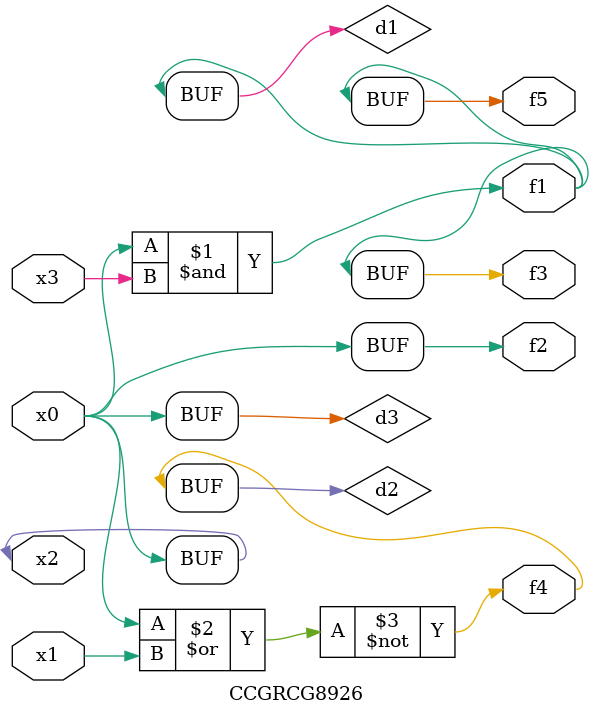
<source format=v>
module CCGRCG8926(
	input x0, x1, x2, x3,
	output f1, f2, f3, f4, f5
);

	wire d1, d2, d3;

	and (d1, x2, x3);
	nor (d2, x0, x1);
	buf (d3, x0, x2);
	assign f1 = d1;
	assign f2 = d3;
	assign f3 = d1;
	assign f4 = d2;
	assign f5 = d1;
endmodule

</source>
